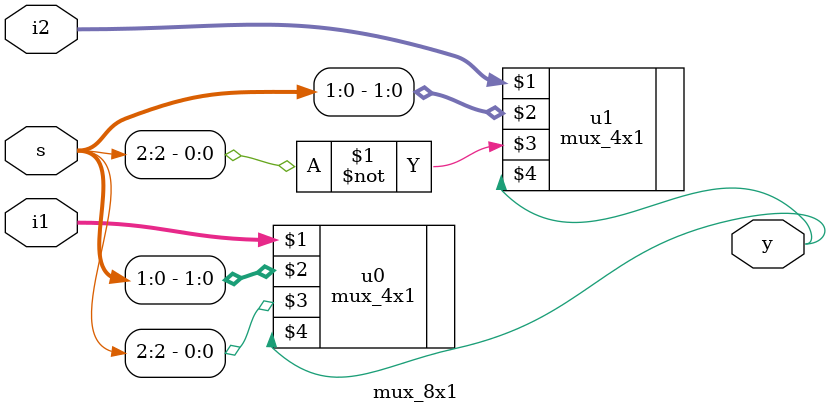
<source format=v>
`include "mux_4x1.v"
module mux_8x1(i1,i2,s,y);
input [3:0] i1,i2;
output wor y;

input [2:0] s;

//assign s21=~s[2];

//assign y=y1&y2;
//assign s21=0|x;
	
	mux_4x1 u0(i1,s[1:0],s[2],y);	
	mux_4x1 u1(i2,s[1:0],~s[2],y);

//assign y=y1|y2;

endmodule



</source>
